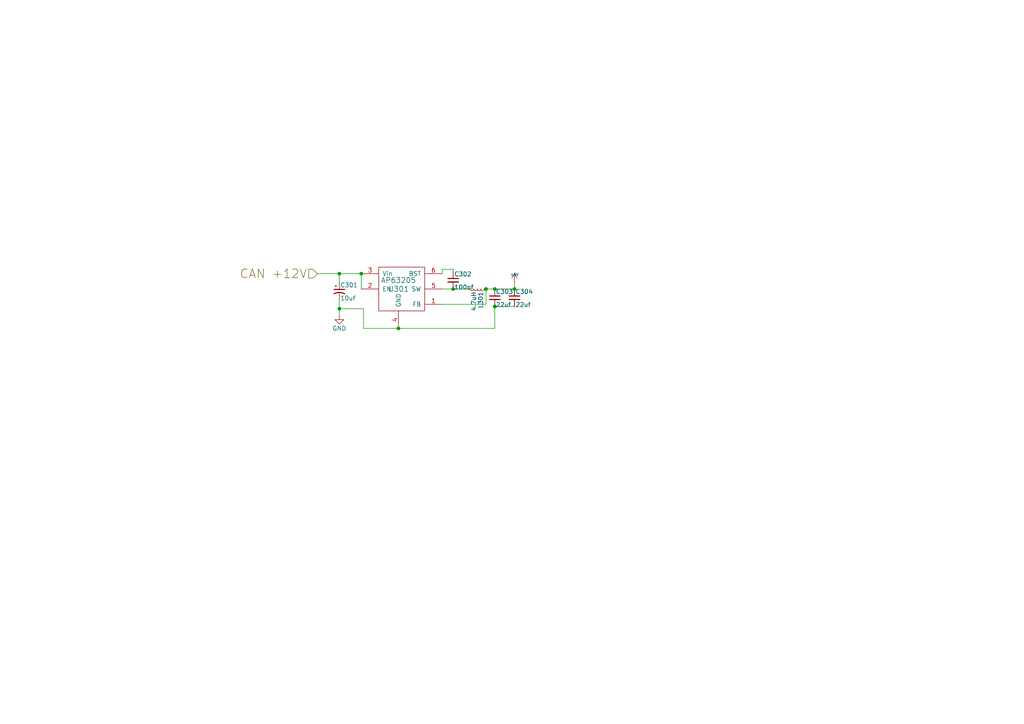
<source format=kicad_sch>
(kicad_sch (version 20211123) (generator eeschema)
  (paper "A4")
  (lib_symbols
    (symbol "ESP32-PWMHalfSiding-rescue:+5V" (power) (pin_names (offset 0))
      (property "Value" "+5V" (at 0 3.556 0))
      (symbol "+5V_0_1"
        (polyline (pts (xy -0.762 1.27) (xy 0 2.54)))
        (polyline (pts (xy 0 0) (xy 0 2.54)))
        (polyline (pts (xy 0 2.54) (xy 0.762 1.27)))
      )
      (symbol "+5V_1_1"
        (pin power_in line (at 0 0 90) (length 0) hide (name "+5V") (number "1"))
      )
    )
    (symbol "ESP32-T7S3-MultiFunctionUniversalTurnout-rescue:AP63205" (pin_names (offset 1.016))
      (property "Reference" "U" (at 0 0 0))
      (property "Value" "AP63205" (at 0 2.54 0))
      (symbol "AP63205_0_1"
        (rectangle (start -5.715 6.35) (end 7.62 -6.35))
      )
      (symbol "AP63205_1_1"
        (pin unspecified line (at 12.7 -4.445 180) (length 5.08) (name "FB") (number "1"))
        (pin input line (at -10.795 0 0) (length 5.08) (name "EN") (number "2"))
        (pin power_in line (at -10.795 4.445 0) (length 5.08) (name "Vin") (number "3"))
        (pin power_in line (at 0 -11.43 90) (length 5.08) (name "GND") (number "4"))
        (pin unspecified line (at 12.7 0 180) (length 5.08) (name "SW") (number "5"))
        (pin unspecified line (at 12.7 4.445 180) (length 5.08) (name "BST") (number "6"))
      )
    )
    (symbol "ESP32-T7S3-MultiFunctionUniversalTurnout-rescue:CP1_Small" (pin_numbers hide) (pin_names (offset 0.254) hide)
      (property "Reference" "C" (at 0.254 1.778 0))
      (property "Value" "CP1_Small" (at 0.254 -2.032 0))
      (symbol "CP1_Small_0_1"
        (polyline (pts (xy -1.524 0.508) (xy 1.524 0.508)) (stroke (width 0.3048)))
        (polyline (pts (xy -1.27 1.524) (xy -0.762 1.524)))
        (polyline (pts (xy -1.016 1.27) (xy -1.016 1.778)))
        (arc (start 1.524 -0.762) (mid 0 -0.3734) (end -1.524 -0.762) (stroke (width 0.3048)))
      )
      (symbol "CP1_Small_1_1"
        (pin passive line (at 0 2.54 270) (length 2.032) (name "~") (number "1"))
        (pin passive line (at 0 -2.54 90) (length 2.032) (name "~") (number "2"))
      )
    )
    (symbol "ESP32-T7S3-MultiFunctionUniversalTurnout-rescue:C_Small" (pin_numbers hide) (pin_names (offset 0.254) hide)
      (property "Reference" "C" (at 0.254 1.778 0))
      (property "Value" "C_Small" (at 0.254 -2.032 0))
      (symbol "C_Small_0_1"
        (polyline (pts (xy -1.524 -0.508) (xy 1.524 -0.508)) (stroke (width 0.3302)))
        (polyline (pts (xy -1.524 0.508) (xy 1.524 0.508)) (stroke (width 0.3048)))
      )
      (symbol "C_Small_1_1"
        (pin passive line (at 0 2.54 270) (length 2.032) (name "~") (number "1"))
        (pin passive line (at 0 -2.54 90) (length 2.032) (name "~") (number "2"))
      )
    )
    (symbol "ESP32-T7S3-MultiFunctionUniversalTurnout-rescue:GND" (power) (pin_names (offset 0))
      (property "Value" "GND" (at 0 -3.81 0))
      (symbol "GND_0_1"
        (polyline (pts (xy 0 0) (xy 0 -1.27) (xy 1.27 -1.27) (xy 0 -2.54) (xy -1.27 -1.27) (xy 0 -1.27)))
      )
      (symbol "GND_1_1"
        (pin power_in line (at 0 0 270) (length 0) hide (name "GND") (number "1"))
      )
    )
    (symbol "ESP32-T7S3-MultiFunctionUniversalTurnout-rescue:L_Small" (pin_numbers hide) (pin_names (offset 0.254) hide)
      (property "Reference" "L" (at 0.762 1.016 0))
      (property "Value" "L_Small" (at 0.762 -1.016 0))
      (symbol "L_Small_0_1"
        (arc (start 0 -2.032) (mid 0.508 -1.524) (end 0 -1.016))
        (arc (start 0 -1.016) (mid 0.508 -0.508) (end 0 0))
        (arc (start 0 0) (mid 0.508 0.508) (end 0 1.016))
        (arc (start 0 1.016) (mid 0.508 1.524) (end 0 2.032))
      )
      (symbol "L_Small_1_1"
        (pin passive line (at 0 2.54 270) (length 0.508) (name "~") (number "1"))
        (pin passive line (at 0 -2.54 90) (length 0.508) (name "~") (number "2"))
      )
    )
  )
  (junction (at 98.425 79.375))
  (junction (at 115.57 95.25))
  (junction (at 143.51 88.9))
  (junction (at 104.775 79.375))
  (junction (at 131.445 83.82))
  (junction (at 140.97 83.82))
  (junction (at 98.425 89.535))
  (junction (at 143.51 83.82))
  (junction (at 149.225 83.82))
  (wire (pts (xy 115.57 95.25) (xy 143.51 95.25)))
  (wire (pts (xy 98.425 81.915) (xy 98.425 79.375)))
  (wire (pts (xy 131.445 83.82) (xy 135.89 83.82)))
  (wire (pts (xy 98.425 89.535) (xy 98.425 91.44)))
  (wire (pts (xy 105.41 89.535) (xy 98.425 89.535)))
  (wire (pts (xy 143.51 88.9) (xy 143.51 95.25)))
  (wire (pts (xy 140.97 88.265) (xy 128.27 88.265)))
  (wire (pts (xy 98.425 79.375) (xy 104.775 79.375)))
  (wire (pts (xy 128.27 79.375) (xy 128.27 78.105)))
  (wire (pts (xy 140.97 88.265) (xy 140.97 83.82)))
  (wire (pts (xy 105.41 95.25) (xy 105.41 89.535)))
  (wire (pts (xy 131.445 78.105) (xy 131.445 78.74)))
  (wire (pts (xy 149.225 83.82) (xy 149.225 81.915)))
  (wire (pts (xy 98.425 86.995) (xy 98.425 89.535)))
  (wire (pts (xy 92.075 79.375) (xy 98.425 79.375)))
  (wire (pts (xy 140.97 83.82) (xy 143.51 83.82)))
  (wire (pts (xy 143.51 83.82) (xy 149.225 83.82)))
  (wire (pts (xy 128.27 83.82) (xy 131.445 83.82)))
  (wire (pts (xy 104.775 79.375) (xy 104.775 83.82)))
  (wire (pts (xy 105.41 95.25) (xy 115.57 95.25)))
  (wire (pts (xy 149.225 88.9) (xy 143.51 88.9)))
  (wire (pts (xy 128.27 78.105) (xy 131.445 78.105)))
  (hierarchical_label "CAN +12V" (shape input) (at 92.075 79.375 180) (effects (font (size 2.54 2.54))))
  (symbol (lib_id "ESP32-T7S3-MultiFunctionUniversalTurnout-rescue:AP63205") (at 115.57 83.82 0) (unit 1)
    (property "Reference" "U301" (at 115.57 83.82 0) (effects (font (size 1.524 1.524))))
    (property "Value" "AP63205" (at 115.57 81.28 0) (effects (font (size 1.524 1.524))))
    (property "Footprint" "Package_TO_SOT_SMD:TSOT-23-6" (effects hide))
    (property "Mouser Part Number" "621-AP63205WU-7" (effects hide))
  )
  (symbol (lib_id "ESP32-T7S3-MultiFunctionUniversalTurnout-rescue:CP1_Small") (at 98.425 84.455 0) (unit 1)
    (property "Reference" "C301" (at 98.679 82.677 0) (effects (justify left)))
    (property "Value" "10uf" (at 98.679 86.487 0) (effects (justify left)))
    (property "Footprint" "Capacitor_SMD:CP_Elec_5x5.3" (effects hide))
    (property "Mouser Part Number" "710-865230542002" (effects hide))
  )
  (symbol (lib_id "ESP32-T7S3-MultiFunctionUniversalTurnout-rescue:GND") (at 98.425 91.44 0) (unit 1)
    (property "Reference" "#PWR010" (effects hide))
    (property "Value" "GND" (at 98.425 95.25 0))
  )
  (symbol (lib_id "ESP32-T7S3-MultiFunctionUniversalTurnout-rescue:C_Small") (at 131.445 81.28 0) (unit 1)
    (property "Reference" "C302" (at 131.699 79.502 0) (effects (justify left)))
    (property "Value" "100nf" (at 131.699 83.312 0) (effects (justify left)))
    (property "Footprint" "Capacitor_SMD:C_0603_1608Metric" (effects hide))
    (property "Mouser Part Number" "710-885012206020" (effects hide))
  )
  (symbol (lib_id "ESP32-T7S3-MultiFunctionUniversalTurnout-rescue:L_Small") (at 138.43 83.82 270) (unit 1)
    (property "Reference" "L301" (at 139.446 84.582 0) (effects (justify left)))
    (property "Value" "4.7uH" (at 137.414 84.582 0) (effects (justify left)))
    (property "Footprint" "Inductor_SMD:L_7.3x7.3_H4.5" (effects hide))
    (property "Mouser Part Number" "81-B1047AS-4R7N=P3" (effects hide))
  )
  (symbol (lib_id "ESP32-T7S3-MultiFunctionUniversalTurnout-rescue:C_Small") (at 143.51 86.36 0) (unit 1)
    (property "Reference" "C303" (at 143.764 84.582 0) (effects (justify left)))
    (property "Value" "22uf" (at 143.764 88.392 0) (effects (justify left)))
    (property "Footprint" "Capacitor_SMD:C_0603_1608Metric" (effects hide))
    (property "Mouser Part Number" "603-CC0603MRX6S5B226" (effects hide))
  )
  (symbol (lib_id "ESP32-T7S3-MultiFunctionUniversalTurnout-rescue:C_Small") (at 149.225 86.36 0) (unit 1)
    (property "Reference" "C304" (at 149.479 84.582 0) (effects (justify left)))
    (property "Value" "22uf" (at 149.479 88.392 0) (effects (justify left)))
    (property "Footprint" "Capacitor_SMD:C_0603_1608Metric" (effects hide))
    (property "Mouser Part Number" "603-CC0603MRX6S5B226" (effects hide))
  )
  (symbol (lib_id "ESP32-PWMHalfSiding-rescue:+5V") (at 149.225 81.915 0) (unit 1)
    (property "Reference" "#PWR0301" (effects hide))
    (property "Value" "+5V" (at 149.225 79.629 0) (effects (font (size 0.762 0.762))))
  )
)
</source>
